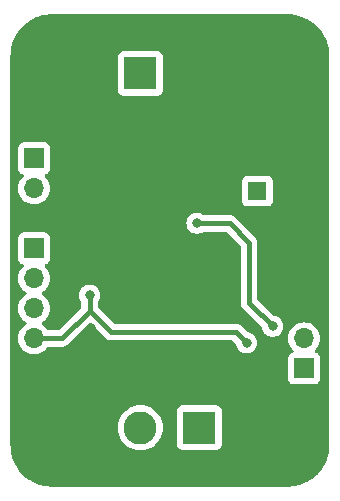
<source format=gbr>
%TF.GenerationSoftware,KiCad,Pcbnew,(7.0.0)*%
%TF.CreationDate,2023-03-21T16:51:35-07:00*%
%TF.ProjectId,DRV8874-breakout-board,44525638-3837-4342-9d62-7265616b6f75,rev?*%
%TF.SameCoordinates,Original*%
%TF.FileFunction,Copper,L2,Bot*%
%TF.FilePolarity,Positive*%
%FSLAX46Y46*%
G04 Gerber Fmt 4.6, Leading zero omitted, Abs format (unit mm)*
G04 Created by KiCad (PCBNEW (7.0.0)) date 2023-03-21 16:51:35*
%MOMM*%
%LPD*%
G01*
G04 APERTURE LIST*
%TA.AperFunction,ComponentPad*%
%ADD10R,1.700000X1.700000*%
%TD*%
%TA.AperFunction,ComponentPad*%
%ADD11O,1.700000X1.700000*%
%TD*%
%TA.AperFunction,ComponentPad*%
%ADD12C,0.500000*%
%TD*%
%TA.AperFunction,SMDPad,CuDef*%
%ADD13R,2.000000X3.500000*%
%TD*%
%TA.AperFunction,ComponentPad*%
%ADD14C,5.600000*%
%TD*%
%TA.AperFunction,ComponentPad*%
%ADD15R,2.800000X2.800000*%
%TD*%
%TA.AperFunction,ComponentPad*%
%ADD16C,2.800000*%
%TD*%
%TA.AperFunction,ComponentPad*%
%ADD17R,1.600000X1.600000*%
%TD*%
%TA.AperFunction,ComponentPad*%
%ADD18C,1.600000*%
%TD*%
%TA.AperFunction,ViaPad*%
%ADD19C,0.800000*%
%TD*%
%TA.AperFunction,Conductor*%
%ADD20C,0.400000*%
%TD*%
G04 APERTURE END LIST*
D10*
%TO.P,J105,1,Pin_1*%
%TO.N,+3V3*%
X141959999Y-105679999D03*
D11*
%TO.P,J105,2,Pin_2*%
%TO.N,PMODE*%
X141959999Y-103139999D03*
%TO.P,J105,3,Pin_3*%
%TO.N,GND*%
X141959999Y-100599999D03*
%TD*%
D12*
%TO.P,U101,17,Pad*%
%TO.N,GND*%
X129200000Y-95300000D03*
X129200000Y-96800000D03*
X129200000Y-98300000D03*
D13*
X129949999Y-96799999D03*
D12*
X130700000Y-95300000D03*
X130700000Y-96800000D03*
X130700000Y-98300000D03*
%TD*%
D10*
%TO.P,J104,1,Pin_1*%
%TO.N,nSLEEP*%
X119099999Y-95519999D03*
D11*
%TO.P,J104,2,Pin_2*%
%TO.N,nFAULT*%
X119099999Y-98059999D03*
%TO.P,J104,3,Pin_3*%
%TO.N,IPROPI*%
X119099999Y-100599999D03*
%TO.P,J104,4,Pin_4*%
%TO.N,+3V3*%
X119099999Y-103139999D03*
%TO.P,J104,5,Pin_5*%
%TO.N,GND*%
X119099999Y-105679999D03*
%TD*%
D14*
%TO.P,H104,1,1*%
%TO.N,GND*%
X140600000Y-112200000D03*
%TD*%
D15*
%TO.P,J103,1,Pin_1*%
%TO.N,VMOTORS*%
X128099999Y-80699999D03*
D16*
%TO.P,J103,2,Pin_2*%
%TO.N,GND*%
X133100000Y-80700000D03*
%TD*%
D17*
%TO.P,C104,1*%
%TO.N,VMOTORS*%
X137999999Y-90655112D03*
D18*
%TO.P,C104,2*%
%TO.N,GND*%
X138000000Y-88655113D03*
%TD*%
D14*
%TO.P,H103,1,1*%
%TO.N,GND*%
X120600000Y-112200000D03*
%TD*%
D10*
%TO.P,J102,1,Pin_1*%
%TO.N,IN1*%
X119099999Y-87899999D03*
D11*
%TO.P,J102,2,Pin_2*%
%TO.N,IN2*%
X119099999Y-90439999D03*
%TD*%
D14*
%TO.P,H102,1,1*%
%TO.N,GND*%
X140600000Y-79200000D03*
%TD*%
D15*
%TO.P,J101,1,Pin_1*%
%TO.N,Net-(J101-Pin_1)*%
X133099999Y-110699999D03*
D16*
%TO.P,J101,2,Pin_2*%
%TO.N,Net-(J101-Pin_2)*%
X128100000Y-110700000D03*
%TD*%
D14*
%TO.P,H101,1,1*%
%TO.N,GND*%
X120600000Y-79200000D03*
%TD*%
D19*
%TO.N,PMODE*%
X139300000Y-102120000D03*
%TO.N,GND*%
X121600000Y-96600000D03*
X134500000Y-84120000D03*
X121900000Y-84320000D03*
X132700000Y-100300000D03*
X141960000Y-98060000D03*
X130500000Y-106920000D03*
X134650000Y-94650000D03*
X137700000Y-93400000D03*
X123900000Y-102300000D03*
X134100000Y-90100000D03*
X122100000Y-88900000D03*
X122100000Y-93200000D03*
X122900000Y-107120000D03*
X136300000Y-101320000D03*
X120700000Y-99300000D03*
X120700000Y-101900000D03*
X139100000Y-86300000D03*
X127850000Y-84320000D03*
X139900000Y-104320000D03*
X125500000Y-100720000D03*
X140100000Y-93300000D03*
%TO.N,+3V3*%
X137100000Y-103520000D03*
X123800000Y-99500000D03*
%TO.N,PMODE*%
X132900000Y-93400000D03*
%TD*%
D20*
%TO.N,PMODE*%
X137300000Y-100120000D02*
X137300000Y-95050000D01*
X135650000Y-93400000D02*
X132900000Y-93400000D01*
X139300000Y-102120000D02*
X137300000Y-100120000D01*
X137300000Y-95050000D02*
X135650000Y-93400000D01*
%TO.N,+3V3*%
X123831371Y-100800000D02*
X123800000Y-100800000D01*
X136180000Y-102600000D02*
X125631371Y-102600000D01*
X137100000Y-103520000D02*
X136180000Y-102600000D01*
X125631371Y-102600000D02*
X123831371Y-100800000D01*
X121460000Y-103140000D02*
X119100000Y-103140000D01*
X123800000Y-99500000D02*
X123800000Y-100800000D01*
X123800000Y-100800000D02*
X121460000Y-103140000D01*
%TD*%
%TA.AperFunction,Conductor*%
%TO.N,GND*%
G36*
X140603032Y-75700649D02*
G01*
X140607384Y-75700862D01*
X140752450Y-75707989D01*
X140943670Y-75718010D01*
X140955324Y-75719177D01*
X141121254Y-75743791D01*
X141122225Y-75743940D01*
X141294897Y-75771289D01*
X141305570Y-75773465D01*
X141471374Y-75814997D01*
X141473014Y-75815422D01*
X141638880Y-75859866D01*
X141648544Y-75862884D01*
X141736363Y-75894307D01*
X141810526Y-75920843D01*
X141813188Y-75921830D01*
X141846726Y-75934704D01*
X141972097Y-75982829D01*
X141980623Y-75986475D01*
X142136869Y-76060374D01*
X142140055Y-76061939D01*
X142282487Y-76134511D01*
X142291094Y-76138897D01*
X142298547Y-76143023D01*
X142331730Y-76162912D01*
X142447075Y-76232047D01*
X142450824Y-76234387D01*
X142592670Y-76326503D01*
X142598977Y-76330884D01*
X142738210Y-76434147D01*
X142742365Y-76437367D01*
X142873635Y-76543667D01*
X142878872Y-76548155D01*
X143007389Y-76664636D01*
X143011797Y-76668833D01*
X143131165Y-76788201D01*
X143135362Y-76792609D01*
X143251843Y-76921126D01*
X143256331Y-76926363D01*
X143362620Y-77057619D01*
X143365851Y-77061788D01*
X143469114Y-77201021D01*
X143473512Y-77207353D01*
X143565599Y-77349155D01*
X143567963Y-77352942D01*
X143656975Y-77501451D01*
X143661101Y-77508904D01*
X143738037Y-77659898D01*
X143739647Y-77663176D01*
X143813510Y-77819345D01*
X143817179Y-77827925D01*
X143878168Y-77986810D01*
X143879155Y-77989472D01*
X143937111Y-78151447D01*
X143940135Y-78161128D01*
X143984535Y-78326827D01*
X143985044Y-78328792D01*
X144026526Y-78494398D01*
X144028715Y-78505130D01*
X144056041Y-78677665D01*
X144056226Y-78678867D01*
X144080818Y-78844649D01*
X144081990Y-78856355D01*
X144091989Y-79047157D01*
X144091886Y-79047162D01*
X144092011Y-79047561D01*
X144099351Y-79196967D01*
X144099500Y-79203052D01*
X144099500Y-112196948D01*
X144099351Y-112203033D01*
X144092014Y-112352369D01*
X144091993Y-112352774D01*
X144081990Y-112543644D01*
X144080818Y-112555349D01*
X144056226Y-112721131D01*
X144056041Y-112722333D01*
X144028715Y-112894868D01*
X144026526Y-112905600D01*
X143985044Y-113071206D01*
X143984535Y-113073171D01*
X143940135Y-113238870D01*
X143937111Y-113248551D01*
X143879155Y-113410526D01*
X143878168Y-113413188D01*
X143817179Y-113572073D01*
X143813510Y-113580653D01*
X143739647Y-113736822D01*
X143738037Y-113740100D01*
X143661101Y-113891094D01*
X143656975Y-113898547D01*
X143567963Y-114047056D01*
X143565599Y-114050843D01*
X143473512Y-114192645D01*
X143469114Y-114198977D01*
X143365851Y-114338210D01*
X143362620Y-114342379D01*
X143256331Y-114473635D01*
X143251843Y-114478872D01*
X143135362Y-114607389D01*
X143131165Y-114611797D01*
X143011797Y-114731165D01*
X143007389Y-114735362D01*
X142878872Y-114851843D01*
X142873635Y-114856331D01*
X142742379Y-114962620D01*
X142738210Y-114965851D01*
X142598977Y-115069114D01*
X142592645Y-115073512D01*
X142450843Y-115165599D01*
X142447056Y-115167963D01*
X142298547Y-115256975D01*
X142291094Y-115261101D01*
X142140100Y-115338037D01*
X142136822Y-115339647D01*
X141980653Y-115413510D01*
X141972073Y-115417179D01*
X141813188Y-115478168D01*
X141810526Y-115479155D01*
X141648551Y-115537111D01*
X141638870Y-115540135D01*
X141473171Y-115584535D01*
X141471206Y-115585044D01*
X141305600Y-115626526D01*
X141294868Y-115628715D01*
X141122333Y-115656041D01*
X141121131Y-115656226D01*
X140955349Y-115680818D01*
X140943644Y-115681990D01*
X140752774Y-115691993D01*
X140752369Y-115692014D01*
X140603033Y-115699351D01*
X140596948Y-115699500D01*
X120603052Y-115699500D01*
X120596967Y-115699351D01*
X120447629Y-115692014D01*
X120447224Y-115691993D01*
X120256354Y-115681990D01*
X120244649Y-115680818D01*
X120078867Y-115656226D01*
X120077665Y-115656041D01*
X119905130Y-115628715D01*
X119894398Y-115626526D01*
X119728792Y-115585044D01*
X119726827Y-115584535D01*
X119561128Y-115540135D01*
X119551447Y-115537111D01*
X119389472Y-115479155D01*
X119386810Y-115478168D01*
X119227925Y-115417179D01*
X119219351Y-115413512D01*
X119063176Y-115339647D01*
X119059898Y-115338037D01*
X118908904Y-115261101D01*
X118901451Y-115256975D01*
X118752942Y-115167963D01*
X118749155Y-115165599D01*
X118701996Y-115134973D01*
X118607343Y-115073505D01*
X118601021Y-115069114D01*
X118461788Y-114965851D01*
X118457619Y-114962620D01*
X118326363Y-114856331D01*
X118321126Y-114851843D01*
X118192609Y-114735362D01*
X118188201Y-114731165D01*
X118068833Y-114611797D01*
X118064636Y-114607389D01*
X117948155Y-114478872D01*
X117943667Y-114473635D01*
X117837378Y-114342379D01*
X117834147Y-114338210D01*
X117730884Y-114198977D01*
X117726503Y-114192670D01*
X117634387Y-114050824D01*
X117632035Y-114047056D01*
X117543023Y-113898547D01*
X117538897Y-113891094D01*
X117534511Y-113882487D01*
X117461939Y-113740055D01*
X117460374Y-113736869D01*
X117386475Y-113580623D01*
X117382829Y-113572097D01*
X117321830Y-113413188D01*
X117320843Y-113410526D01*
X117262887Y-113248551D01*
X117259863Y-113238870D01*
X117215422Y-113073014D01*
X117214997Y-113071374D01*
X117173465Y-112905570D01*
X117171289Y-112894897D01*
X117143940Y-112722225D01*
X117143791Y-112721254D01*
X117119177Y-112555324D01*
X117118010Y-112543670D01*
X117107985Y-112352369D01*
X117100647Y-112202994D01*
X117100499Y-112196988D01*
X117100434Y-110700000D01*
X126194645Y-110700000D01*
X126194961Y-110704418D01*
X126213722Y-110966737D01*
X126213723Y-110966746D01*
X126214039Y-110971160D01*
X126214979Y-110975485D01*
X126214981Y-110975493D01*
X126266178Y-111210843D01*
X126271825Y-111236801D01*
X126366828Y-111491513D01*
X126368948Y-111495395D01*
X126368951Y-111495402D01*
X126494986Y-111726219D01*
X126494990Y-111726226D01*
X126497113Y-111730113D01*
X126660029Y-111947742D01*
X126852258Y-112139971D01*
X127069887Y-112302887D01*
X127073777Y-112305011D01*
X127073780Y-112305013D01*
X127304597Y-112431048D01*
X127308487Y-112433172D01*
X127563199Y-112528175D01*
X127828840Y-112585961D01*
X128100000Y-112605355D01*
X128371160Y-112585961D01*
X128636801Y-112528175D01*
X128891513Y-112433172D01*
X129130113Y-112302887D01*
X129341588Y-112144578D01*
X131199500Y-112144578D01*
X131199501Y-112147872D01*
X131199853Y-112151150D01*
X131199854Y-112151161D01*
X131205079Y-112199768D01*
X131205080Y-112199773D01*
X131205909Y-112207483D01*
X131208619Y-112214749D01*
X131208620Y-112214753D01*
X131240501Y-112300229D01*
X131256204Y-112342331D01*
X131261518Y-112349430D01*
X131261519Y-112349431D01*
X131324207Y-112433172D01*
X131342454Y-112457546D01*
X131457669Y-112543796D01*
X131592517Y-112594091D01*
X131652127Y-112600500D01*
X134547872Y-112600499D01*
X134607483Y-112594091D01*
X134742331Y-112543796D01*
X134857546Y-112457546D01*
X134943796Y-112342331D01*
X134994091Y-112207483D01*
X135000500Y-112147873D01*
X135000499Y-109252128D01*
X134994091Y-109192517D01*
X134943796Y-109057669D01*
X134857546Y-108942454D01*
X134742331Y-108856204D01*
X134671965Y-108829959D01*
X134614752Y-108808620D01*
X134614750Y-108808619D01*
X134607483Y-108805909D01*
X134599770Y-108805079D01*
X134599767Y-108805079D01*
X134551180Y-108799855D01*
X134551169Y-108799854D01*
X134547873Y-108799500D01*
X134544550Y-108799500D01*
X131655439Y-108799500D01*
X131655420Y-108799500D01*
X131652128Y-108799501D01*
X131648850Y-108799853D01*
X131648838Y-108799854D01*
X131600231Y-108805079D01*
X131600225Y-108805080D01*
X131592517Y-108805909D01*
X131585252Y-108808618D01*
X131585246Y-108808620D01*
X131465980Y-108853104D01*
X131465978Y-108853104D01*
X131457669Y-108856204D01*
X131450572Y-108861516D01*
X131450568Y-108861519D01*
X131349550Y-108937141D01*
X131349546Y-108937144D01*
X131342454Y-108942454D01*
X131337144Y-108949546D01*
X131337141Y-108949550D01*
X131261519Y-109050568D01*
X131261516Y-109050572D01*
X131256204Y-109057669D01*
X131253104Y-109065978D01*
X131253104Y-109065980D01*
X131208620Y-109185247D01*
X131208619Y-109185250D01*
X131205909Y-109192517D01*
X131205079Y-109200227D01*
X131205079Y-109200232D01*
X131199855Y-109248819D01*
X131199854Y-109248831D01*
X131199500Y-109252127D01*
X131199500Y-109255448D01*
X131199500Y-109255449D01*
X131199500Y-112144560D01*
X131199500Y-112144578D01*
X129341588Y-112144578D01*
X129347742Y-112139971D01*
X129539971Y-111947742D01*
X129702887Y-111730113D01*
X129833172Y-111491513D01*
X129928175Y-111236801D01*
X129985961Y-110971160D01*
X130005355Y-110700000D01*
X129985961Y-110428840D01*
X129928175Y-110163199D01*
X129833172Y-109908487D01*
X129702887Y-109669887D01*
X129539971Y-109452258D01*
X129347742Y-109260029D01*
X129130113Y-109097113D01*
X129126226Y-109094990D01*
X129126219Y-109094986D01*
X128895402Y-108968951D01*
X128895395Y-108968948D01*
X128891513Y-108966828D01*
X128887369Y-108965282D01*
X128887364Y-108965280D01*
X128640944Y-108873370D01*
X128640940Y-108873369D01*
X128636801Y-108871825D01*
X128564992Y-108856204D01*
X128375493Y-108814981D01*
X128375485Y-108814979D01*
X128371160Y-108814039D01*
X128366746Y-108813723D01*
X128366737Y-108813722D01*
X128104418Y-108794961D01*
X128100000Y-108794645D01*
X128095582Y-108794961D01*
X127833262Y-108813722D01*
X127833251Y-108813723D01*
X127828840Y-108814039D01*
X127824516Y-108814979D01*
X127824506Y-108814981D01*
X127567524Y-108870884D01*
X127567521Y-108870884D01*
X127563199Y-108871825D01*
X127559063Y-108873367D01*
X127559055Y-108873370D01*
X127312635Y-108965280D01*
X127312624Y-108965284D01*
X127308487Y-108966828D01*
X127304609Y-108968945D01*
X127304597Y-108968951D01*
X127073780Y-109094986D01*
X127073766Y-109094994D01*
X127069887Y-109097113D01*
X127066341Y-109099766D01*
X127066337Y-109099770D01*
X126855801Y-109257376D01*
X126855794Y-109257381D01*
X126852258Y-109260029D01*
X126849132Y-109263154D01*
X126849125Y-109263161D01*
X126663161Y-109449125D01*
X126663154Y-109449132D01*
X126660029Y-109452258D01*
X126657381Y-109455794D01*
X126657376Y-109455801D01*
X126499770Y-109666337D01*
X126499766Y-109666341D01*
X126497113Y-109669887D01*
X126494994Y-109673766D01*
X126494986Y-109673780D01*
X126368951Y-109904597D01*
X126368945Y-109904609D01*
X126366828Y-109908487D01*
X126365284Y-109912624D01*
X126365280Y-109912635D01*
X126273370Y-110159055D01*
X126273367Y-110159063D01*
X126271825Y-110163199D01*
X126270884Y-110167521D01*
X126270884Y-110167524D01*
X126214981Y-110424506D01*
X126214979Y-110424516D01*
X126214039Y-110428840D01*
X126213723Y-110433251D01*
X126213722Y-110433262D01*
X126195321Y-110690541D01*
X126194645Y-110700000D01*
X117100434Y-110700000D01*
X117100108Y-103140000D01*
X117744341Y-103140000D01*
X117744813Y-103145395D01*
X117758720Y-103304357D01*
X117764937Y-103375408D01*
X117766336Y-103380630D01*
X117766337Y-103380634D01*
X117824694Y-103598430D01*
X117824697Y-103598438D01*
X117826097Y-103603663D01*
X117828385Y-103608570D01*
X117828386Y-103608572D01*
X117923678Y-103812927D01*
X117923681Y-103812933D01*
X117925965Y-103817830D01*
X117929064Y-103822257D01*
X117929066Y-103822259D01*
X118058399Y-104006966D01*
X118058402Y-104006970D01*
X118061505Y-104011401D01*
X118228599Y-104178495D01*
X118422170Y-104314035D01*
X118636337Y-104413903D01*
X118641567Y-104415304D01*
X118641569Y-104415305D01*
X118683619Y-104426572D01*
X118864592Y-104475063D01*
X119100000Y-104495659D01*
X119335408Y-104475063D01*
X119563663Y-104413903D01*
X119777830Y-104314035D01*
X119971401Y-104178495D01*
X120138495Y-104011401D01*
X120221136Y-103893376D01*
X120265454Y-103854511D01*
X120322711Y-103840500D01*
X121435079Y-103840500D01*
X121442566Y-103840725D01*
X121502606Y-103844358D01*
X121561782Y-103833513D01*
X121569181Y-103832387D01*
X121628872Y-103825140D01*
X121638332Y-103821551D01*
X121659959Y-103815522D01*
X121669932Y-103813695D01*
X121724808Y-103788996D01*
X121731673Y-103786152D01*
X121787930Y-103764818D01*
X121796264Y-103759064D01*
X121815821Y-103748034D01*
X121825057Y-103743878D01*
X121872413Y-103706775D01*
X121878420Y-103702355D01*
X121927929Y-103668183D01*
X121967822Y-103623151D01*
X121972924Y-103617731D01*
X123728004Y-101862651D01*
X123783591Y-101830558D01*
X123847779Y-101830558D01*
X123903366Y-101862652D01*
X125118430Y-103077716D01*
X125123564Y-103083170D01*
X125163442Y-103128183D01*
X125169611Y-103132441D01*
X125169612Y-103132442D01*
X125212940Y-103162349D01*
X125218973Y-103166788D01*
X125266314Y-103203877D01*
X125273156Y-103206956D01*
X125275546Y-103208032D01*
X125295095Y-103219058D01*
X125297259Y-103220552D01*
X125297267Y-103220556D01*
X125303441Y-103224818D01*
X125310458Y-103227479D01*
X125359677Y-103246145D01*
X125366599Y-103249012D01*
X125421439Y-103273694D01*
X125431406Y-103275520D01*
X125453024Y-103281547D01*
X125455484Y-103282480D01*
X125455487Y-103282480D01*
X125462499Y-103285140D01*
X125519973Y-103292118D01*
X125522201Y-103292389D01*
X125529606Y-103293516D01*
X125545437Y-103296416D01*
X125588765Y-103304357D01*
X125648792Y-103300726D01*
X125656280Y-103300500D01*
X135838481Y-103300500D01*
X135885934Y-103309939D01*
X135926162Y-103336819D01*
X136173495Y-103584152D01*
X136197734Y-103618449D01*
X136209135Y-103658870D01*
X136213646Y-103701795D01*
X136213647Y-103701803D01*
X136214326Y-103708256D01*
X136216333Y-103714435D01*
X136216334Y-103714436D01*
X136254805Y-103832839D01*
X136272821Y-103888284D01*
X136367467Y-104052216D01*
X136494129Y-104192888D01*
X136647270Y-104304151D01*
X136820197Y-104381144D01*
X137005354Y-104420500D01*
X137188143Y-104420500D01*
X137194646Y-104420500D01*
X137379803Y-104381144D01*
X137552730Y-104304151D01*
X137705871Y-104192888D01*
X137832533Y-104052216D01*
X137927179Y-103888284D01*
X137985674Y-103708256D01*
X138005460Y-103520000D01*
X137985674Y-103331744D01*
X137927179Y-103151716D01*
X137920415Y-103140000D01*
X140604341Y-103140000D01*
X140604813Y-103145395D01*
X140618720Y-103304357D01*
X140624937Y-103375408D01*
X140626336Y-103380630D01*
X140626337Y-103380634D01*
X140684694Y-103598430D01*
X140684697Y-103598438D01*
X140686097Y-103603663D01*
X140688385Y-103608570D01*
X140688386Y-103608572D01*
X140783678Y-103812927D01*
X140783681Y-103812933D01*
X140785965Y-103817830D01*
X140789064Y-103822257D01*
X140789066Y-103822259D01*
X140918399Y-104006966D01*
X140918402Y-104006970D01*
X140921505Y-104011401D01*
X140925334Y-104015230D01*
X140925336Y-104015232D01*
X141043430Y-104133326D01*
X141074726Y-104186072D01*
X141076915Y-104247365D01*
X141049462Y-104302210D01*
X140999083Y-104337189D01*
X140888330Y-104378498D01*
X140867669Y-104386204D01*
X140860572Y-104391516D01*
X140860568Y-104391519D01*
X140759550Y-104467141D01*
X140759546Y-104467144D01*
X140752454Y-104472454D01*
X140747144Y-104479546D01*
X140747141Y-104479550D01*
X140671519Y-104580568D01*
X140671516Y-104580572D01*
X140666204Y-104587669D01*
X140663104Y-104595978D01*
X140663104Y-104595980D01*
X140618620Y-104715247D01*
X140618619Y-104715250D01*
X140615909Y-104722517D01*
X140615079Y-104730227D01*
X140615079Y-104730232D01*
X140609855Y-104778819D01*
X140609854Y-104778831D01*
X140609500Y-104782127D01*
X140609500Y-104785448D01*
X140609500Y-104785449D01*
X140609500Y-106574560D01*
X140609500Y-106574578D01*
X140609501Y-106577872D01*
X140609853Y-106581150D01*
X140609854Y-106581161D01*
X140615079Y-106629768D01*
X140615080Y-106629773D01*
X140615909Y-106637483D01*
X140618619Y-106644749D01*
X140618620Y-106644753D01*
X140652217Y-106734831D01*
X140666204Y-106772331D01*
X140752454Y-106887546D01*
X140867669Y-106973796D01*
X141002517Y-107024091D01*
X141062127Y-107030500D01*
X142857872Y-107030499D01*
X142917483Y-107024091D01*
X143052331Y-106973796D01*
X143167546Y-106887546D01*
X143253796Y-106772331D01*
X143304091Y-106637483D01*
X143310500Y-106577873D01*
X143310499Y-104782128D01*
X143304091Y-104722517D01*
X143253796Y-104587669D01*
X143167546Y-104472454D01*
X143098144Y-104420500D01*
X143059431Y-104391519D01*
X143059430Y-104391518D01*
X143052331Y-104386204D01*
X142982359Y-104360106D01*
X142920916Y-104337189D01*
X142870537Y-104302210D01*
X142843084Y-104247365D01*
X142845273Y-104186072D01*
X142876566Y-104133329D01*
X142998495Y-104011401D01*
X143134035Y-103817830D01*
X143233903Y-103603663D01*
X143295063Y-103375408D01*
X143315659Y-103140000D01*
X143295063Y-102904592D01*
X143233903Y-102676337D01*
X143134035Y-102462171D01*
X142998495Y-102268599D01*
X142831401Y-102101505D01*
X142826970Y-102098402D01*
X142826966Y-102098399D01*
X142642259Y-101969066D01*
X142642257Y-101969064D01*
X142637830Y-101965965D01*
X142632933Y-101963681D01*
X142632927Y-101963678D01*
X142428572Y-101868386D01*
X142428570Y-101868385D01*
X142423663Y-101866097D01*
X142418438Y-101864697D01*
X142418430Y-101864694D01*
X142200634Y-101806337D01*
X142200630Y-101806336D01*
X142195408Y-101804937D01*
X142190020Y-101804465D01*
X142190017Y-101804465D01*
X141965395Y-101784813D01*
X141960000Y-101784341D01*
X141954605Y-101784813D01*
X141729982Y-101804465D01*
X141729977Y-101804465D01*
X141724592Y-101804937D01*
X141719371Y-101806335D01*
X141719365Y-101806337D01*
X141501569Y-101864694D01*
X141501557Y-101864698D01*
X141496337Y-101866097D01*
X141491432Y-101868383D01*
X141491427Y-101868386D01*
X141287081Y-101963675D01*
X141287077Y-101963677D01*
X141282171Y-101965965D01*
X141277738Y-101969068D01*
X141277731Y-101969073D01*
X141093034Y-102098399D01*
X141093029Y-102098402D01*
X141088599Y-102101505D01*
X141084775Y-102105328D01*
X141084769Y-102105334D01*
X140925334Y-102264769D01*
X140925328Y-102264775D01*
X140921505Y-102268599D01*
X140918402Y-102273029D01*
X140918399Y-102273034D01*
X140789073Y-102457731D01*
X140789068Y-102457738D01*
X140785965Y-102462171D01*
X140783677Y-102467077D01*
X140783675Y-102467081D01*
X140688386Y-102671427D01*
X140688383Y-102671432D01*
X140686097Y-102676337D01*
X140684698Y-102681557D01*
X140684694Y-102681569D01*
X140626337Y-102899365D01*
X140626335Y-102899371D01*
X140624937Y-102904592D01*
X140624465Y-102909977D01*
X140624465Y-102909982D01*
X140609313Y-103083170D01*
X140604341Y-103140000D01*
X137920415Y-103140000D01*
X137832533Y-102987784D01*
X137705871Y-102847112D01*
X137700613Y-102843292D01*
X137700611Y-102843290D01*
X137557988Y-102739669D01*
X137557987Y-102739668D01*
X137552730Y-102735849D01*
X137546792Y-102733205D01*
X137385745Y-102661501D01*
X137385740Y-102661499D01*
X137379803Y-102658856D01*
X137373444Y-102657504D01*
X137373440Y-102657503D01*
X137224871Y-102625924D01*
X137191484Y-102613607D01*
X137162971Y-102592315D01*
X136692940Y-102122283D01*
X136687806Y-102116829D01*
X136671482Y-102098403D01*
X136647929Y-102071817D01*
X136598410Y-102037636D01*
X136592404Y-102033216D01*
X136550961Y-102000747D01*
X136550958Y-102000745D01*
X136545057Y-101996122D01*
X136538219Y-101993044D01*
X136538210Y-101993039D01*
X136535810Y-101991959D01*
X136516268Y-101980937D01*
X136514107Y-101979445D01*
X136514102Y-101979442D01*
X136507930Y-101975182D01*
X136451702Y-101953857D01*
X136444784Y-101950991D01*
X136396772Y-101929383D01*
X136396769Y-101929382D01*
X136389932Y-101926305D01*
X136382560Y-101924954D01*
X136382551Y-101924951D01*
X136379952Y-101924475D01*
X136358340Y-101918450D01*
X136355891Y-101917521D01*
X136355885Y-101917519D01*
X136348872Y-101914860D01*
X136341430Y-101913956D01*
X136341425Y-101913955D01*
X136289171Y-101907610D01*
X136281771Y-101906483D01*
X136229987Y-101896994D01*
X136229982Y-101896993D01*
X136222606Y-101895642D01*
X136215126Y-101896094D01*
X136215118Y-101896094D01*
X136162567Y-101899274D01*
X136155079Y-101899500D01*
X125972890Y-101899500D01*
X125925437Y-101890061D01*
X125885209Y-101863181D01*
X124536819Y-100514791D01*
X124509939Y-100474563D01*
X124500500Y-100427110D01*
X124500500Y-100115392D01*
X124508749Y-100070920D01*
X124525703Y-100043279D01*
X124524363Y-100042306D01*
X124528184Y-100037045D01*
X124532533Y-100032216D01*
X124627179Y-99868284D01*
X124685674Y-99688256D01*
X124705460Y-99500000D01*
X124685674Y-99311744D01*
X124627179Y-99131716D01*
X124532533Y-98967784D01*
X124405871Y-98827112D01*
X124400613Y-98823292D01*
X124400611Y-98823290D01*
X124257988Y-98719669D01*
X124257987Y-98719668D01*
X124252730Y-98715849D01*
X124246792Y-98713205D01*
X124085745Y-98641501D01*
X124085740Y-98641499D01*
X124079803Y-98638856D01*
X124073444Y-98637504D01*
X124073440Y-98637503D01*
X123901008Y-98600852D01*
X123901005Y-98600851D01*
X123894646Y-98599500D01*
X123705354Y-98599500D01*
X123698995Y-98600851D01*
X123698991Y-98600852D01*
X123526559Y-98637503D01*
X123526552Y-98637505D01*
X123520197Y-98638856D01*
X123514262Y-98641498D01*
X123514254Y-98641501D01*
X123353207Y-98713205D01*
X123353202Y-98713207D01*
X123347270Y-98715849D01*
X123342016Y-98719665D01*
X123342011Y-98719669D01*
X123199388Y-98823290D01*
X123199381Y-98823295D01*
X123194129Y-98827112D01*
X123189784Y-98831937D01*
X123189779Y-98831942D01*
X123071813Y-98962956D01*
X123071808Y-98962962D01*
X123067467Y-98967784D01*
X123064222Y-98973404D01*
X123064218Y-98973410D01*
X122976069Y-99126089D01*
X122976066Y-99126094D01*
X122972821Y-99131716D01*
X122970815Y-99137888D01*
X122970813Y-99137894D01*
X122916333Y-99305564D01*
X122916331Y-99305573D01*
X122914326Y-99311744D01*
X122913648Y-99318194D01*
X122913646Y-99318204D01*
X122895962Y-99486464D01*
X122894540Y-99500000D01*
X122895219Y-99506460D01*
X122913646Y-99681795D01*
X122913647Y-99681803D01*
X122914326Y-99688256D01*
X122916331Y-99694428D01*
X122916333Y-99694435D01*
X122970813Y-99862105D01*
X122972821Y-99868284D01*
X122976068Y-99873908D01*
X122976069Y-99873910D01*
X123006767Y-99927081D01*
X123067467Y-100032216D01*
X123071813Y-100037043D01*
X123075637Y-100042306D01*
X123074296Y-100043279D01*
X123091251Y-100070920D01*
X123099500Y-100115392D01*
X123099500Y-100458481D01*
X123090061Y-100505934D01*
X123063181Y-100546162D01*
X121206162Y-102403181D01*
X121165934Y-102430061D01*
X121118481Y-102439500D01*
X120322711Y-102439500D01*
X120265454Y-102425489D01*
X120221136Y-102386623D01*
X120170590Y-102314436D01*
X120138495Y-102268599D01*
X119971401Y-102101505D01*
X119966968Y-102098401D01*
X119966961Y-102098395D01*
X119785842Y-101971575D01*
X119746976Y-101927257D01*
X119732965Y-101870000D01*
X119746976Y-101812743D01*
X119785842Y-101768425D01*
X119966961Y-101641604D01*
X119966961Y-101641603D01*
X119971401Y-101638495D01*
X120138495Y-101471401D01*
X120274035Y-101277830D01*
X120373903Y-101063663D01*
X120435063Y-100835408D01*
X120455659Y-100600000D01*
X120435063Y-100364592D01*
X120373903Y-100136337D01*
X120274035Y-99922171D01*
X120138495Y-99728599D01*
X119971401Y-99561505D01*
X119966968Y-99558401D01*
X119966961Y-99558395D01*
X119785842Y-99431575D01*
X119746976Y-99387257D01*
X119732965Y-99330000D01*
X119746976Y-99272743D01*
X119785842Y-99228425D01*
X119966961Y-99101604D01*
X119966961Y-99101603D01*
X119971401Y-99098495D01*
X120138495Y-98931401D01*
X120274035Y-98737830D01*
X120373903Y-98523663D01*
X120435063Y-98295408D01*
X120455659Y-98060000D01*
X120435063Y-97824592D01*
X120373903Y-97596337D01*
X120274035Y-97382171D01*
X120138495Y-97188599D01*
X120016569Y-97066673D01*
X119985273Y-97013927D01*
X119983084Y-96952634D01*
X120010537Y-96897789D01*
X120060916Y-96862810D01*
X120192331Y-96813796D01*
X120307546Y-96727546D01*
X120393796Y-96612331D01*
X120444091Y-96477483D01*
X120450500Y-96417873D01*
X120450499Y-94622128D01*
X120444091Y-94562517D01*
X120393796Y-94427669D01*
X120307546Y-94312454D01*
X120192331Y-94226204D01*
X120079581Y-94184151D01*
X120064752Y-94178620D01*
X120064750Y-94178619D01*
X120057483Y-94175909D01*
X120049770Y-94175079D01*
X120049767Y-94175079D01*
X120001180Y-94169855D01*
X120001169Y-94169854D01*
X119997873Y-94169500D01*
X119994550Y-94169500D01*
X118205439Y-94169500D01*
X118205420Y-94169500D01*
X118202128Y-94169501D01*
X118198850Y-94169853D01*
X118198838Y-94169854D01*
X118150231Y-94175079D01*
X118150225Y-94175080D01*
X118142517Y-94175909D01*
X118135252Y-94178618D01*
X118135246Y-94178620D01*
X118015980Y-94223104D01*
X118015978Y-94223104D01*
X118007669Y-94226204D01*
X118000572Y-94231516D01*
X118000568Y-94231519D01*
X117899550Y-94307141D01*
X117899546Y-94307144D01*
X117892454Y-94312454D01*
X117887144Y-94319546D01*
X117887141Y-94319550D01*
X117811519Y-94420568D01*
X117811516Y-94420572D01*
X117806204Y-94427669D01*
X117803104Y-94435978D01*
X117803104Y-94435980D01*
X117758620Y-94555247D01*
X117758619Y-94555250D01*
X117755909Y-94562517D01*
X117755079Y-94570227D01*
X117755079Y-94570232D01*
X117749855Y-94618819D01*
X117749854Y-94618831D01*
X117749500Y-94622127D01*
X117749500Y-94625448D01*
X117749500Y-94625449D01*
X117749500Y-96414560D01*
X117749500Y-96414578D01*
X117749501Y-96417872D01*
X117749853Y-96421150D01*
X117749854Y-96421161D01*
X117755079Y-96469768D01*
X117755080Y-96469773D01*
X117755909Y-96477483D01*
X117758619Y-96484749D01*
X117758620Y-96484753D01*
X117792217Y-96574831D01*
X117806204Y-96612331D01*
X117892454Y-96727546D01*
X118007669Y-96813796D01*
X118117405Y-96854725D01*
X118139082Y-96862810D01*
X118189462Y-96897789D01*
X118216915Y-96952633D01*
X118214726Y-97013926D01*
X118183430Y-97066673D01*
X118061505Y-97188599D01*
X118058402Y-97193029D01*
X118058399Y-97193034D01*
X117929073Y-97377731D01*
X117929068Y-97377738D01*
X117925965Y-97382171D01*
X117923677Y-97387077D01*
X117923675Y-97387081D01*
X117828386Y-97591427D01*
X117828383Y-97591432D01*
X117826097Y-97596337D01*
X117824698Y-97601557D01*
X117824694Y-97601569D01*
X117766337Y-97819365D01*
X117766335Y-97819371D01*
X117764937Y-97824592D01*
X117744341Y-98060000D01*
X117764937Y-98295408D01*
X117766336Y-98300630D01*
X117766337Y-98300634D01*
X117824694Y-98518430D01*
X117824697Y-98518438D01*
X117826097Y-98523663D01*
X117828385Y-98528570D01*
X117828386Y-98528572D01*
X117923678Y-98732927D01*
X117923681Y-98732933D01*
X117925965Y-98737830D01*
X117929064Y-98742257D01*
X117929066Y-98742259D01*
X118058399Y-98926966D01*
X118058402Y-98926970D01*
X118061505Y-98931401D01*
X118228599Y-99098495D01*
X118233032Y-99101599D01*
X118233038Y-99101604D01*
X118414158Y-99228425D01*
X118453024Y-99272743D01*
X118467035Y-99330000D01*
X118453024Y-99387257D01*
X118414159Y-99431575D01*
X118233041Y-99558395D01*
X118228599Y-99561505D01*
X118224775Y-99565328D01*
X118224769Y-99565334D01*
X118065334Y-99724769D01*
X118065328Y-99724775D01*
X118061505Y-99728599D01*
X118058402Y-99733029D01*
X118058399Y-99733034D01*
X117929073Y-99917731D01*
X117929068Y-99917738D01*
X117925965Y-99922171D01*
X117923677Y-99927077D01*
X117923675Y-99927081D01*
X117828386Y-100131427D01*
X117828383Y-100131432D01*
X117826097Y-100136337D01*
X117824698Y-100141557D01*
X117824694Y-100141569D01*
X117766337Y-100359365D01*
X117766335Y-100359371D01*
X117764937Y-100364592D01*
X117764465Y-100369977D01*
X117764465Y-100369982D01*
X117754397Y-100485057D01*
X117744341Y-100600000D01*
X117764937Y-100835408D01*
X117766336Y-100840630D01*
X117766337Y-100840634D01*
X117824694Y-101058430D01*
X117824697Y-101058438D01*
X117826097Y-101063663D01*
X117828385Y-101068570D01*
X117828386Y-101068572D01*
X117923678Y-101272927D01*
X117923681Y-101272933D01*
X117925965Y-101277830D01*
X117929064Y-101282257D01*
X117929066Y-101282259D01*
X118058399Y-101466966D01*
X118058402Y-101466970D01*
X118061505Y-101471401D01*
X118228599Y-101638495D01*
X118233032Y-101641599D01*
X118233038Y-101641604D01*
X118414158Y-101768425D01*
X118453024Y-101812743D01*
X118467035Y-101870000D01*
X118453024Y-101927257D01*
X118414159Y-101971575D01*
X118233041Y-102098395D01*
X118228599Y-102101505D01*
X118224775Y-102105328D01*
X118224769Y-102105334D01*
X118065334Y-102264769D01*
X118065328Y-102264775D01*
X118061505Y-102268599D01*
X118058402Y-102273029D01*
X118058399Y-102273034D01*
X117929073Y-102457731D01*
X117929068Y-102457738D01*
X117925965Y-102462171D01*
X117923677Y-102467077D01*
X117923675Y-102467081D01*
X117828386Y-102671427D01*
X117828383Y-102671432D01*
X117826097Y-102676337D01*
X117824698Y-102681557D01*
X117824694Y-102681569D01*
X117766337Y-102899365D01*
X117766335Y-102899371D01*
X117764937Y-102904592D01*
X117764465Y-102909977D01*
X117764465Y-102909982D01*
X117749313Y-103083170D01*
X117744341Y-103140000D01*
X117100108Y-103140000D01*
X117100000Y-100645053D01*
X117100000Y-93400000D01*
X131994540Y-93400000D01*
X131995219Y-93406460D01*
X132013646Y-93581795D01*
X132013647Y-93581803D01*
X132014326Y-93588256D01*
X132016331Y-93594428D01*
X132016333Y-93594435D01*
X132070813Y-93762105D01*
X132072821Y-93768284D01*
X132167467Y-93932216D01*
X132294129Y-94072888D01*
X132299387Y-94076708D01*
X132299388Y-94076709D01*
X132364729Y-94124182D01*
X132447270Y-94184151D01*
X132620197Y-94261144D01*
X132805354Y-94300500D01*
X132988143Y-94300500D01*
X132994646Y-94300500D01*
X133179803Y-94261144D01*
X133352730Y-94184151D01*
X133435273Y-94124179D01*
X133469837Y-94106569D01*
X133508155Y-94100500D01*
X135308481Y-94100500D01*
X135355934Y-94109939D01*
X135396162Y-94136819D01*
X136563181Y-95303838D01*
X136590061Y-95344066D01*
X136599500Y-95391519D01*
X136599500Y-100095079D01*
X136599274Y-100102567D01*
X136596094Y-100155118D01*
X136596094Y-100155126D01*
X136595642Y-100162606D01*
X136596993Y-100169982D01*
X136596994Y-100169987D01*
X136606483Y-100221771D01*
X136607610Y-100229171D01*
X136613955Y-100281425D01*
X136613956Y-100281430D01*
X136614860Y-100288872D01*
X136617519Y-100295885D01*
X136617521Y-100295891D01*
X136618450Y-100298340D01*
X136624475Y-100319952D01*
X136624951Y-100322551D01*
X136624954Y-100322560D01*
X136626305Y-100329932D01*
X136629382Y-100336769D01*
X136629383Y-100336772D01*
X136650991Y-100384784D01*
X136653857Y-100391702D01*
X136675182Y-100447930D01*
X136679442Y-100454102D01*
X136679445Y-100454107D01*
X136680937Y-100456268D01*
X136691959Y-100475810D01*
X136693039Y-100478210D01*
X136693044Y-100478219D01*
X136696122Y-100485057D01*
X136700745Y-100490958D01*
X136700747Y-100490961D01*
X136733216Y-100532404D01*
X136737636Y-100538410D01*
X136771817Y-100587929D01*
X136816847Y-100627822D01*
X136822282Y-100632939D01*
X138373495Y-102184152D01*
X138397734Y-102218449D01*
X138409135Y-102258870D01*
X138413646Y-102301795D01*
X138413647Y-102301803D01*
X138414326Y-102308256D01*
X138416333Y-102314435D01*
X138416334Y-102314436D01*
X138465931Y-102467081D01*
X138472821Y-102488284D01*
X138567467Y-102652216D01*
X138571811Y-102657041D01*
X138571813Y-102657043D01*
X138640390Y-102733205D01*
X138694129Y-102792888D01*
X138847270Y-102904151D01*
X139020197Y-102981144D01*
X139205354Y-103020500D01*
X139388143Y-103020500D01*
X139394646Y-103020500D01*
X139579803Y-102981144D01*
X139752730Y-102904151D01*
X139905871Y-102792888D01*
X140032533Y-102652216D01*
X140127179Y-102488284D01*
X140185674Y-102308256D01*
X140205460Y-102120000D01*
X140185674Y-101931744D01*
X140127179Y-101751716D01*
X140032533Y-101587784D01*
X139905871Y-101447112D01*
X139900613Y-101443292D01*
X139900611Y-101443290D01*
X139757988Y-101339669D01*
X139757987Y-101339668D01*
X139752730Y-101335849D01*
X139746792Y-101333205D01*
X139585745Y-101261501D01*
X139585740Y-101261499D01*
X139579803Y-101258856D01*
X139573444Y-101257504D01*
X139573440Y-101257503D01*
X139424872Y-101225924D01*
X139391485Y-101213607D01*
X139362972Y-101192315D01*
X138036819Y-99866162D01*
X138009939Y-99825934D01*
X138000500Y-99778481D01*
X138000500Y-95074910D01*
X138000726Y-95067423D01*
X138003904Y-95014881D01*
X138004357Y-95007394D01*
X137993516Y-94948235D01*
X137992389Y-94940830D01*
X137992118Y-94938602D01*
X137985140Y-94881128D01*
X137982480Y-94874116D01*
X137982480Y-94874113D01*
X137981547Y-94871653D01*
X137975520Y-94850035D01*
X137973694Y-94840068D01*
X137949012Y-94785228D01*
X137946145Y-94778306D01*
X137927479Y-94729087D01*
X137924818Y-94722070D01*
X137920556Y-94715896D01*
X137920552Y-94715888D01*
X137919058Y-94713724D01*
X137908032Y-94694175D01*
X137906956Y-94691785D01*
X137903877Y-94684943D01*
X137866788Y-94637602D01*
X137862349Y-94631569D01*
X137832442Y-94588241D01*
X137832441Y-94588240D01*
X137828183Y-94582071D01*
X137783170Y-94542193D01*
X137777716Y-94537059D01*
X136162939Y-92922282D01*
X136157822Y-92916847D01*
X136117929Y-92871817D01*
X136068410Y-92837636D01*
X136062404Y-92833216D01*
X136020961Y-92800747D01*
X136020958Y-92800745D01*
X136015057Y-92796122D01*
X136008219Y-92793044D01*
X136008210Y-92793039D01*
X136005810Y-92791959D01*
X135986268Y-92780937D01*
X135984107Y-92779445D01*
X135984102Y-92779442D01*
X135977930Y-92775182D01*
X135921702Y-92753857D01*
X135914784Y-92750991D01*
X135866772Y-92729383D01*
X135866769Y-92729382D01*
X135859932Y-92726305D01*
X135852560Y-92724954D01*
X135852551Y-92724951D01*
X135849952Y-92724475D01*
X135828340Y-92718450D01*
X135825891Y-92717521D01*
X135825885Y-92717519D01*
X135818872Y-92714860D01*
X135811430Y-92713956D01*
X135811425Y-92713955D01*
X135759171Y-92707610D01*
X135751771Y-92706483D01*
X135699987Y-92696994D01*
X135699982Y-92696993D01*
X135692606Y-92695642D01*
X135685126Y-92696094D01*
X135685118Y-92696094D01*
X135632567Y-92699274D01*
X135625079Y-92699500D01*
X133508155Y-92699500D01*
X133469837Y-92693431D01*
X133435273Y-92675820D01*
X133352730Y-92615849D01*
X133346792Y-92613205D01*
X133185745Y-92541501D01*
X133185740Y-92541499D01*
X133179803Y-92538856D01*
X133173444Y-92537504D01*
X133173440Y-92537503D01*
X133001008Y-92500852D01*
X133001005Y-92500851D01*
X132994646Y-92499500D01*
X132805354Y-92499500D01*
X132798995Y-92500851D01*
X132798991Y-92500852D01*
X132626559Y-92537503D01*
X132626552Y-92537505D01*
X132620197Y-92538856D01*
X132614262Y-92541498D01*
X132614254Y-92541501D01*
X132453207Y-92613205D01*
X132453202Y-92613207D01*
X132447270Y-92615849D01*
X132442016Y-92619665D01*
X132442011Y-92619669D01*
X132299388Y-92723290D01*
X132299381Y-92723295D01*
X132294129Y-92727112D01*
X132289784Y-92731937D01*
X132289779Y-92731942D01*
X132171813Y-92862956D01*
X132171808Y-92862962D01*
X132167467Y-92867784D01*
X132164222Y-92873404D01*
X132164218Y-92873410D01*
X132076069Y-93026089D01*
X132076066Y-93026094D01*
X132072821Y-93031716D01*
X132070815Y-93037888D01*
X132070813Y-93037894D01*
X132016333Y-93205564D01*
X132016331Y-93205573D01*
X132014326Y-93211744D01*
X132013648Y-93218194D01*
X132013646Y-93218204D01*
X131995962Y-93386464D01*
X131994540Y-93400000D01*
X117100000Y-93400000D01*
X117100000Y-90440000D01*
X117744341Y-90440000D01*
X117764937Y-90675408D01*
X117766336Y-90680630D01*
X117766337Y-90680634D01*
X117824694Y-90898430D01*
X117824697Y-90898438D01*
X117826097Y-90903663D01*
X117828385Y-90908570D01*
X117828386Y-90908572D01*
X117923678Y-91112927D01*
X117923681Y-91112933D01*
X117925965Y-91117830D01*
X117929064Y-91122257D01*
X117929066Y-91122259D01*
X118058399Y-91306966D01*
X118058402Y-91306970D01*
X118061505Y-91311401D01*
X118228599Y-91478495D01*
X118233031Y-91481598D01*
X118233033Y-91481600D01*
X118359089Y-91569865D01*
X118422170Y-91614035D01*
X118636337Y-91713903D01*
X118864592Y-91775063D01*
X119100000Y-91795659D01*
X119335408Y-91775063D01*
X119563663Y-91713903D01*
X119777830Y-91614035D01*
X119941130Y-91499691D01*
X136699500Y-91499691D01*
X136699501Y-91502985D01*
X136699853Y-91506263D01*
X136699854Y-91506274D01*
X136705079Y-91554881D01*
X136705080Y-91554886D01*
X136705909Y-91562596D01*
X136708619Y-91569862D01*
X136708620Y-91569866D01*
X136725094Y-91614035D01*
X136756204Y-91697444D01*
X136761518Y-91704543D01*
X136761519Y-91704544D01*
X136814309Y-91775063D01*
X136842454Y-91812659D01*
X136957669Y-91898909D01*
X137092517Y-91949204D01*
X137152127Y-91955613D01*
X138847872Y-91955612D01*
X138907483Y-91949204D01*
X139042331Y-91898909D01*
X139157546Y-91812659D01*
X139243796Y-91697444D01*
X139294091Y-91562596D01*
X139300500Y-91502986D01*
X139300499Y-89807241D01*
X139294091Y-89747630D01*
X139243796Y-89612782D01*
X139157546Y-89497567D01*
X139089560Y-89446673D01*
X139049431Y-89416632D01*
X139049430Y-89416631D01*
X139042331Y-89411317D01*
X138907483Y-89361022D01*
X138899770Y-89360192D01*
X138899767Y-89360192D01*
X138851180Y-89354968D01*
X138851169Y-89354967D01*
X138847873Y-89354613D01*
X138844550Y-89354613D01*
X137155439Y-89354613D01*
X137155420Y-89354613D01*
X137152128Y-89354614D01*
X137148850Y-89354966D01*
X137148838Y-89354967D01*
X137100231Y-89360192D01*
X137100225Y-89360193D01*
X137092517Y-89361022D01*
X137085252Y-89363731D01*
X137085246Y-89363733D01*
X136965980Y-89408217D01*
X136965978Y-89408217D01*
X136957669Y-89411317D01*
X136950572Y-89416629D01*
X136950568Y-89416632D01*
X136849550Y-89492254D01*
X136849546Y-89492257D01*
X136842454Y-89497567D01*
X136837144Y-89504659D01*
X136837141Y-89504663D01*
X136761519Y-89605681D01*
X136761516Y-89605685D01*
X136756204Y-89612782D01*
X136753104Y-89621091D01*
X136753104Y-89621093D01*
X136708620Y-89740360D01*
X136708619Y-89740363D01*
X136705909Y-89747630D01*
X136705079Y-89755340D01*
X136705079Y-89755345D01*
X136699855Y-89803932D01*
X136699854Y-89803944D01*
X136699500Y-89807240D01*
X136699500Y-89810561D01*
X136699500Y-89810562D01*
X136699500Y-91499673D01*
X136699500Y-91499691D01*
X119941130Y-91499691D01*
X119971401Y-91478495D01*
X120138495Y-91311401D01*
X120274035Y-91117830D01*
X120373903Y-90903663D01*
X120435063Y-90675408D01*
X120455659Y-90440000D01*
X120435063Y-90204592D01*
X120373903Y-89976337D01*
X120274035Y-89762171D01*
X120138495Y-89568599D01*
X120016569Y-89446673D01*
X119985273Y-89393927D01*
X119983084Y-89332634D01*
X120010537Y-89277789D01*
X120060916Y-89242810D01*
X120192331Y-89193796D01*
X120307546Y-89107546D01*
X120393796Y-88992331D01*
X120444091Y-88857483D01*
X120450500Y-88797873D01*
X120450499Y-87002128D01*
X120444091Y-86942517D01*
X120393796Y-86807669D01*
X120307546Y-86692454D01*
X120192331Y-86606204D01*
X120057483Y-86555909D01*
X120049770Y-86555079D01*
X120049767Y-86555079D01*
X120001180Y-86549855D01*
X120001169Y-86549854D01*
X119997873Y-86549500D01*
X119994550Y-86549500D01*
X118205439Y-86549500D01*
X118205420Y-86549500D01*
X118202128Y-86549501D01*
X118198850Y-86549853D01*
X118198838Y-86549854D01*
X118150231Y-86555079D01*
X118150225Y-86555080D01*
X118142517Y-86555909D01*
X118135252Y-86558618D01*
X118135246Y-86558620D01*
X118015980Y-86603104D01*
X118015978Y-86603104D01*
X118007669Y-86606204D01*
X118000572Y-86611516D01*
X118000568Y-86611519D01*
X117899550Y-86687141D01*
X117899546Y-86687144D01*
X117892454Y-86692454D01*
X117887144Y-86699546D01*
X117887141Y-86699550D01*
X117811519Y-86800568D01*
X117811516Y-86800572D01*
X117806204Y-86807669D01*
X117803104Y-86815978D01*
X117803104Y-86815980D01*
X117758620Y-86935247D01*
X117758619Y-86935250D01*
X117755909Y-86942517D01*
X117755079Y-86950227D01*
X117755079Y-86950232D01*
X117749855Y-86998819D01*
X117749854Y-86998831D01*
X117749500Y-87002127D01*
X117749500Y-87005448D01*
X117749500Y-87005449D01*
X117749500Y-88794560D01*
X117749500Y-88794578D01*
X117749501Y-88797872D01*
X117749853Y-88801150D01*
X117749854Y-88801161D01*
X117755079Y-88849768D01*
X117755080Y-88849773D01*
X117755909Y-88857483D01*
X117758619Y-88864749D01*
X117758620Y-88864753D01*
X117792217Y-88954831D01*
X117806204Y-88992331D01*
X117892454Y-89107546D01*
X118007669Y-89193796D01*
X118117405Y-89234725D01*
X118139082Y-89242810D01*
X118189462Y-89277789D01*
X118216915Y-89332633D01*
X118214726Y-89393926D01*
X118183430Y-89446673D01*
X118061505Y-89568599D01*
X118058402Y-89573029D01*
X118058399Y-89573034D01*
X117929073Y-89757731D01*
X117929068Y-89757738D01*
X117925965Y-89762171D01*
X117923677Y-89767077D01*
X117923675Y-89767081D01*
X117828386Y-89971427D01*
X117828383Y-89971432D01*
X117826097Y-89976337D01*
X117824698Y-89981557D01*
X117824694Y-89981569D01*
X117766337Y-90199365D01*
X117766335Y-90199371D01*
X117764937Y-90204592D01*
X117744341Y-90440000D01*
X117100000Y-90440000D01*
X117100000Y-82144578D01*
X126199500Y-82144578D01*
X126199501Y-82147872D01*
X126199853Y-82151150D01*
X126199854Y-82151161D01*
X126205079Y-82199768D01*
X126205080Y-82199773D01*
X126205909Y-82207483D01*
X126208619Y-82214749D01*
X126208620Y-82214753D01*
X126242217Y-82304831D01*
X126256204Y-82342331D01*
X126342454Y-82457546D01*
X126457669Y-82543796D01*
X126592517Y-82594091D01*
X126652127Y-82600500D01*
X129547872Y-82600499D01*
X129607483Y-82594091D01*
X129742331Y-82543796D01*
X129857546Y-82457546D01*
X129943796Y-82342331D01*
X129994091Y-82207483D01*
X130000500Y-82147873D01*
X130000499Y-79252128D01*
X129994091Y-79192517D01*
X129943796Y-79057669D01*
X129857546Y-78942454D01*
X129742331Y-78856204D01*
X129607483Y-78805909D01*
X129599770Y-78805079D01*
X129599767Y-78805079D01*
X129551180Y-78799855D01*
X129551169Y-78799854D01*
X129547873Y-78799500D01*
X129544550Y-78799500D01*
X126655439Y-78799500D01*
X126655420Y-78799500D01*
X126652128Y-78799501D01*
X126648850Y-78799853D01*
X126648838Y-78799854D01*
X126600231Y-78805079D01*
X126600225Y-78805080D01*
X126592517Y-78805909D01*
X126585252Y-78808618D01*
X126585246Y-78808620D01*
X126465980Y-78853104D01*
X126465978Y-78853104D01*
X126457669Y-78856204D01*
X126450572Y-78861516D01*
X126450568Y-78861519D01*
X126349550Y-78937141D01*
X126349546Y-78937144D01*
X126342454Y-78942454D01*
X126337144Y-78949546D01*
X126337141Y-78949550D01*
X126261519Y-79050568D01*
X126261516Y-79050572D01*
X126256204Y-79057669D01*
X126253104Y-79065978D01*
X126253104Y-79065980D01*
X126208620Y-79185247D01*
X126208619Y-79185250D01*
X126205909Y-79192517D01*
X126205079Y-79200227D01*
X126205079Y-79200232D01*
X126199855Y-79248819D01*
X126199854Y-79248831D01*
X126199500Y-79252127D01*
X126199500Y-79255448D01*
X126199500Y-79255449D01*
X126199500Y-82144560D01*
X126199500Y-82144578D01*
X117100000Y-82144578D01*
X117100000Y-79184543D01*
X117100155Y-79178348D01*
X117106560Y-79050292D01*
X117111936Y-78949550D01*
X117117260Y-78849782D01*
X117118472Y-78837890D01*
X117143707Y-78670856D01*
X117143817Y-78670151D01*
X117172532Y-78492146D01*
X117174788Y-78481292D01*
X117217524Y-78313856D01*
X117217939Y-78312281D01*
X117264392Y-78142163D01*
X117267498Y-78132406D01*
X117327262Y-77968611D01*
X117328236Y-77966035D01*
X117391838Y-77803592D01*
X117395617Y-77794932D01*
X117471777Y-77637196D01*
X117473390Y-77633979D01*
X117553543Y-77479947D01*
X117557770Y-77472475D01*
X117649559Y-77322689D01*
X117651936Y-77318965D01*
X117747762Y-77174736D01*
X117752233Y-77168447D01*
X117858699Y-77028322D01*
X117861975Y-77024200D01*
X117972416Y-76891216D01*
X117977004Y-76886000D01*
X118096949Y-76757171D01*
X118101229Y-76752797D01*
X118225173Y-76632344D01*
X118229601Y-76628250D01*
X118361905Y-76511944D01*
X118367170Y-76507574D01*
X118503352Y-76400899D01*
X118507466Y-76397819D01*
X118650586Y-76295389D01*
X118657035Y-76291076D01*
X118803941Y-76199408D01*
X118807681Y-76197169D01*
X118960078Y-76109665D01*
X118967662Y-76105657D01*
X119123933Y-76029930D01*
X119127106Y-76028450D01*
X119287016Y-75956798D01*
X119295792Y-75953263D01*
X119460040Y-75894307D01*
X119462527Y-75893447D01*
X119628007Y-75838371D01*
X119637885Y-75835534D01*
X119809063Y-75794007D01*
X119810945Y-75793567D01*
X119979391Y-75755663D01*
X119990345Y-75753711D01*
X120169193Y-75730079D01*
X120169693Y-75730015D01*
X120337485Y-75709549D01*
X120349376Y-75708678D01*
X120550061Y-75703711D01*
X120695660Y-75700592D01*
X120698680Y-75700528D01*
X120700354Y-75700510D01*
X120700485Y-75700514D01*
X120700485Y-75700509D01*
X120701334Y-75700500D01*
X140596949Y-75700500D01*
X140603032Y-75700649D01*
G37*
%TD.AperFunction*%
%TD*%
M02*

</source>
